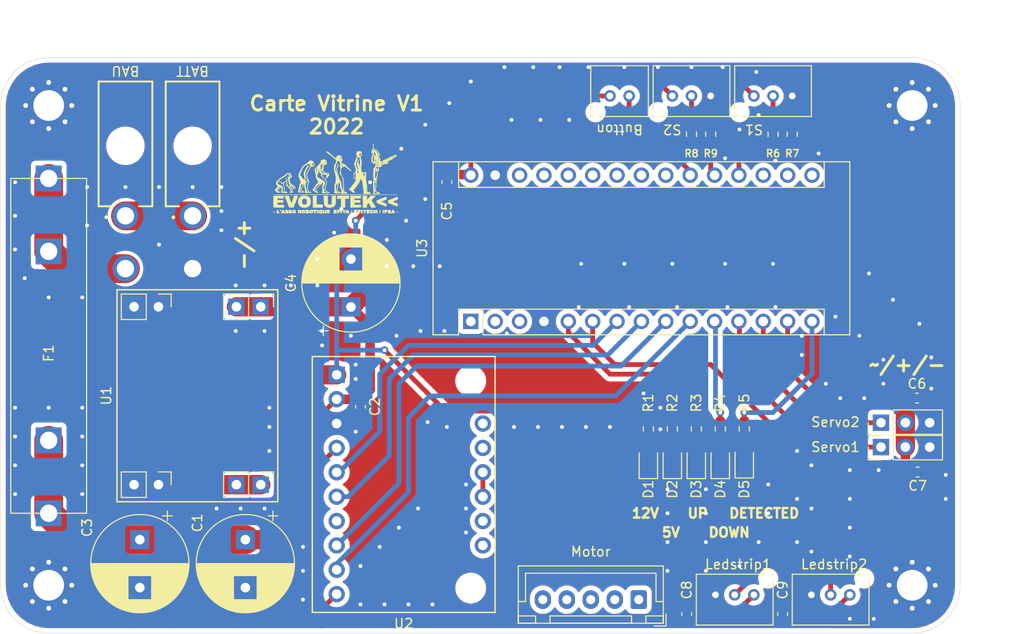
<source format=kicad_pcb>
(kicad_pcb (version 20171130) (host pcbnew "(5.1.10)-1")
  (layers (0 F.Cu signal) (31 B.Cu signal) (34 B.Paste user) (35 F.Paste user) (36 B.SilkS user) (37 F.SilkS user) (38 B.Mask user) (39 F.Mask user) (44 Edge.Cuts user))
  (net 0 "")
  (net 1 AIN2)
  (net 2 AIN1)
  (net 3 BIN1)
  (net 4 +5V)
  (net 5 BIN2)
  (net 6 LED_DETECT)
  (net 7 LED_DOWN)
  (net 8 LED_UP)
  (net 9 BTN_MOVE)
  (net 10 SERVO_LEFT)
  (net 11 SERVO_RIGHT)
  (net 12 CAPTEUR_2)
  (net 13 CAPTEUR_1)
  (net 14 +12V)
  (net 15 "Net-(D1-Pad2)")
  (net 16 "Net-(D2-Pad2)")
  (net 17 "Net-(D3-Pad2)")
  (net 18 "Net-(BATT1-Pad1)")
  (net 19 GND)
  (net 20 "Net-(BAU1-Pad2)")
  (net 21 "Net-(D4-Pad2)")
  (net 22 "Net-(D5-Pad2)")
  (net 23 LEDSTRIP_1)
  (net 24 LEDSTRIP_2)
  (net 25 "Net-(R6-Pad1)")
  (net 26 "Net-(R8-Pad1)")
  (net 27 "Net-(U2-Pad13)")
  (module ComponentsEvo:logo-evo-min (layer F.Cu) (at 60 37.5)
    (fp_text reference G*** hide)
    (fp_text value LOGO hide)
  )
  (module ConnectorsEvo:B02B-PASK (layer F.Cu) (at 89.5 29 180)
    (fp_text reference Button (at 0 -3.5 180 unlocked) (layer F.SilkS))
    (fp_text value Conn_01x02_Male)
    (fp_text user 1 (at 1.968 -0.5) (layer F.SilkS) (effects (font (thickness 0.015))))
    (pad None np_thru_hole circle (at 2.5 -1.7 180) (size 1.1 1.1) (drill 1.1) (layers *.Cu *.Mask))
    (pad 2 thru_hole circle (at -1 0 180) (size 1.208 1.208) (drill 0.7) (layers *.Cu *.Mask) (net 9 BTN_MOVE))
    (pad 1 thru_hole circle (at 1 0 180) (size 1.208 1.208) (drill 0.7) (layers *.Cu *.Mask B.Adhes) (net 4 +5V))
  )
  (module Capacitor_THT:CP_Radial_D10.0mm_P5.00mm (layer F.Cu) (at 50.5 75.25 270)
    (fp_text reference C1 (at -1.75 5 90) (layer F.SilkS))
    (fp_text value 180uF)
    (pad 1 thru_hole rect (at 0 0 270) (size 2 2) (drill 1) (layers *.Cu *.Mask) (net 14 +12V))
    (pad 2 thru_hole circle (at 5 0 270) (size 2 2) (drill 1) (layers *.Cu *.Mask) (net 19 GND))
  )
  (module ComponentsEvo:TB6612FNG (layer F.Cu) (at 67 69.5)
    (fp_text reference U2 (at 0 14.5) (layer F.SilkS))
    (fp_text value TB6612FNG)
    (pad "" np_thru_hole circle (at 6.985 -10.795) (size 2.2 2.2) (drill 2.2) (layers *.Cu *.Mask))
    (pad "" np_thru_hole circle (at 6.985 10.795) (size 2.2 2.2) (drill 2.2) (layers *.Cu *.Mask))
    (pad 14 thru_hole oval (at 8.255 1.27) (size 1.7 1.7) (drill 1) (layers *.Cu *.Mask) (net 27 "Net-(U2-Pad13)"))
    (pad 11 thru_hole oval (at 8.255 -6.35) (size 1.7 1.7) (drill 1) (layers *.Cu *.Mask))
    (pad 12 thru_hole oval (at 8.255 -3.81) (size 1.7 1.7) (drill 1) (layers *.Cu *.Mask))
    (pad 16 thru_hole oval (at 8.255 6.35) (size 1.7 1.7) (drill 1) (layers *.Cu *.Mask))
    (pad 15 thru_hole oval (at 8.255 3.81) (size 1.7 1.7) (drill 1) (layers *.Cu *.Mask))
    (pad 13 thru_hole oval (at 8.255 -1.27) (size 1.7 1.7) (drill 1) (layers *.Cu *.Mask) (net 27 "Net-(U2-Pad13)"))
    (pad 3 thru_hole oval (at -6.985 -6.35) (size 1.7 1.7) (drill 1) (layers *.Cu *.Mask) (net 19 GND))
    (pad 1 thru_hole rect (at -6.985 -11.43) (size 1.7 1.7) (drill 1) (layers *.Cu *.Mask) (net 14 +12V))
    (pad 6 thru_hole oval (at -6.985 1.27) (size 1.7 1.7) (drill 1) (layers *.Cu *.Mask) (net 3 BIN1))
    (pad 8 thru_hole oval (at -6.985 6.35) (size 1.7 1.7) (drill 1) (layers *.Cu *.Mask) (net 2 AIN1))
    (pad 5 thru_hole oval (at -6.985 -1.27) (size 1.7 1.7) (drill 1) (layers *.Cu *.Mask) (net 5 BIN2))
    (pad 9 thru_hole oval (at -6.985 8.89) (size 1.7 1.7) (drill 1) (layers *.Cu *.Mask) (net 1 AIN2))
    (pad 7 thru_hole oval (at -6.985 3.81) (size 1.7 1.7) (drill 1) (layers *.Cu *.Mask))
    (pad 10 thru_hole oval (at -6.985 11.43) (size 1.7 1.7) (drill 1) (layers *.Cu *.Mask) (net 4 +5V))
    (pad 4 thru_hole oval (at -6.985 -3.81) (size 1.7 1.7) (drill 1) (layers *.Cu *.Mask) (net 4 +5V))
    (pad 2 thru_hole oval (at -6.985 -8.89) (size 1.7 1.7) (drill 1) (layers *.Cu *.Mask) (net 4 +5V))
  )
  (module ConnectorsEvo:649002227222 (layer F.Cu) (at 45 34 180)
    (fp_text reference BATT (at 0 7.6 180 unlocked) (layer F.SilkS))
    (fp_text value Conn_01x02_Male)
    (pad 1 thru_hole circle (at 0 -7.5 180) (size 2.7 2.7) (drill 1.8) (layers *.Cu *.Mask) (net 18 "Net-(BATT1-Pad1)"))
    (pad 2 thru_hole circle (at 0 -13 180) (size 2.7 2.7) (drill 1.8) (layers *.Cu *.Mask) (net 19 GND))
    (pad None np_thru_hole circle (at 0 -0.2 180) (size 3 3) (drill 3) (layers *.Cu *.Mask))
  )
  (module ConnectorsEvo:649002227222 (layer F.Cu) (at 38 34 180)
    (fp_text reference BAU (at 0 7.6 180 unlocked) (layer F.SilkS))
    (fp_text value Conn_01x02_Male)
    (pad None np_thru_hole circle (at 0 -0.2 180) (size 3 3) (drill 3) (layers *.Cu *.Mask))
    (pad 2 thru_hole circle (at 0 -13 180) (size 2.7 2.7) (drill 1.8) (layers *.Cu *.Mask) (net 20 "Net-(BAU1-Pad2)"))
    (pad 1 thru_hole circle (at 0 -7.5 180) (size 2.7 2.7) (drill 1.8) (layers *.Cu *.Mask) (net 18 "Net-(BATT1-Pad1)"))
  )
  (module Capacitor_SMD:C_0603_1608Metric (layer F.Cu) (at 62.5 61.4 90)
    (fp_text reference C2 (at 0 1.5 90) (layer F.SilkS))
    (fp_text value 100nF)
    (pad 2 smd roundrect (at 0.775 0 90) (size 0.9 0.95) (layers F.Cu F.Paste F.Mask) (net 4 +5V))
    (pad 1 smd roundrect (at -0.775 0 90) (size 0.9 0.95) (layers F.Cu F.Paste F.Mask) (net 19 GND))
  )
  (module Capacitor_THT:CP_Radial_D10.0mm_P5.00mm (layer F.Cu) (at 39.5 75.25 270)
    (fp_text reference C3 (at -1.25 5.5 90) (layer F.SilkS))
    (fp_text value 470uF)
    (pad 1 thru_hole rect (at 0 0 270) (size 2 2) (drill 1) (layers *.Cu *.Mask) (net 14 +12V))
    (pad 2 thru_hole circle (at 5 0 270) (size 2 2) (drill 1) (layers *.Cu *.Mask) (net 19 GND))
  )
  (module Capacitor_THT:CP_Radial_D10.0mm_P5.00mm (layer F.Cu) (at 61.5 51 90)
    (fp_text reference C4 (at 2.5 -6.25 90) (layer F.SilkS))
    (fp_text value 330uF)
    (pad 2 thru_hole circle (at 5 0 90) (size 2 2) (drill 1) (layers *.Cu *.Mask) (net 19 GND))
    (pad 1 thru_hole rect (at 0 0 90) (size 2 2) (drill 1) (layers *.Cu *.Mask) (net 4 +5V))
  )
  (module Capacitor_SMD:C_0603_1608Metric (layer F.Cu) (at 71.5 37.975 270)
    (fp_text reference C5 (at 3.025 0 90) (layer F.SilkS))
    (fp_text value 100nF)
    (pad 1 smd roundrect (at -0.775 0 270) (size 0.9 0.95) (layers F.Cu F.Paste F.Mask) (net 4 +5V))
    (pad 2 smd roundrect (at 0.775 0 270) (size 0.9 0.95) (layers F.Cu F.Paste F.Mask) (net 19 GND))
  )
  (module Capacitor_SMD:C_0603_1608Metric (layer F.Cu) (at 120.5 60.5 180)
    (fp_text reference C6 (at 0 1.5) (layer F.SilkS))
    (fp_text value 4.7uF)
    (pad 1 smd roundrect (at -0.775 0 180) (size 0.9 0.95) (layers F.Cu F.Paste F.Mask) (net 19 GND))
    (pad 2 smd roundrect (at 0.775 0 180) (size 0.9 0.95) (layers F.Cu F.Paste F.Mask) (net 4 +5V))
  )
  (module Capacitor_SMD:C_0603_1608Metric (layer F.Cu) (at 120.575 68.2 180)
    (fp_text reference C7 (at 0 -1.43) (layer F.SilkS))
    (fp_text value 4.7uF)
    (pad 2 smd roundrect (at 0.775 0 180) (size 0.9 0.95) (layers F.Cu F.Paste F.Mask) (net 4 +5V))
    (pad 1 smd roundrect (at -0.775 0 180) (size 0.9 0.95) (layers F.Cu F.Paste F.Mask) (net 19 GND))
  )
  (module Capacitor_SMD:C_0603_1608Metric (layer F.Cu) (at 96.5 83 90)
    (fp_text reference C8 (at 2.5 0 90) (layer F.SilkS))
    (fp_text value 4.7uF)
    (pad 1 smd roundrect (at -0.775 0 90) (size 0.9 0.95) (layers F.Cu F.Paste F.Mask) (net 4 +5V))
    (pad 2 smd roundrect (at 0.775 0 90) (size 0.9 0.95) (layers F.Cu F.Paste F.Mask) (net 19 GND))
  )
  (module Capacitor_SMD:C_0603_1608Metric (layer F.Cu) (at 106.5 83 90)
    (fp_text reference C9 (at 2.5 0 90) (layer F.SilkS))
    (fp_text value 4.7uF)
    (pad 2 smd roundrect (at 0.775 0 90) (size 0.9 0.95) (layers F.Cu F.Paste F.Mask) (net 19 GND))
    (pad 1 smd roundrect (at -0.775 0 90) (size 0.9 0.95) (layers F.Cu F.Paste F.Mask) (net 4 +5V))
  )
  (module LED_SMD:LED_0805_2012Metric (layer F.Cu) (at 92.5 67.2 90)
    (fp_text reference D1 (at -2.8 0 90) (layer F.SilkS))
    (fp_text value Red)
    (pad 2 smd roundrect (at 0.9375 0 90) (size 0.975 1.4) (layers F.Cu F.Paste F.Mask) (net 15 "Net-(D1-Pad2)"))
    (pad 1 smd roundrect (at -0.9375 0 90) (size 0.975 1.4) (layers F.Cu F.Paste F.Mask) (net 19 GND))
  )
  (module LED_SMD:LED_0805_2012Metric (layer F.Cu) (at 95 67.2 90)
    (fp_text reference D2 (at -2.8 0 90) (layer F.SilkS))
    (fp_text value Red)
    (pad 1 smd roundrect (at -0.9375 0 90) (size 0.975 1.4) (layers F.Cu F.Paste F.Mask) (net 19 GND))
    (pad 2 smd roundrect (at 0.9375 0 90) (size 0.975 1.4) (layers F.Cu F.Paste F.Mask) (net 16 "Net-(D2-Pad2)"))
  )
  (module LED_SMD:LED_0805_2012Metric (layer F.Cu) (at 97.5 67.2 90)
    (fp_text reference D3 (at -2.8 0 90) (layer F.SilkS))
    (fp_text value Green)
    (pad 2 smd roundrect (at 0.9375 0 90) (size 0.975 1.4) (layers F.Cu F.Paste F.Mask) (net 17 "Net-(D3-Pad2)"))
    (pad 1 smd roundrect (at -0.9375 0 90) (size 0.975 1.4) (layers F.Cu F.Paste F.Mask) (net 19 GND))
  )
  (module LED_SMD:LED_0805_2012Metric (layer F.Cu) (at 100 67.2 90)
    (fp_text reference D4 (at -2.8 0 90) (layer F.SilkS))
    (fp_text value Green)
    (pad 1 smd roundrect (at -0.9375 0 90) (size 0.975 1.4) (layers F.Cu F.Paste F.Mask) (net 19 GND))
    (pad 2 smd roundrect (at 0.9375 0 90) (size 0.975 1.4) (layers F.Cu F.Paste F.Mask) (net 21 "Net-(D4-Pad2)"))
  )
  (module LED_SMD:LED_0805_2012Metric (layer F.Cu) (at 102.5 67.1375 90)
    (fp_text reference D5 (at -2.8625 0 90) (layer F.SilkS))
    (fp_text value Green)
    (pad 1 smd roundrect (at -0.9375 0 90) (size 0.975 1.4) (layers F.Cu F.Paste F.Mask) (net 19 GND))
    (pad 2 smd roundrect (at 0.9375 0 90) (size 0.975 1.4) (layers F.Cu F.Paste F.Mask) (net 22 "Net-(D5-Pad2)"))
  )
  (module ComponentsEvo:8040-PORTE-FUSIBLE (layer F.Cu) (at 30 72.5 90)
    (fp_text reference F1 (at 16.675 0 90) (layer F.SilkS))
    (fp_text value Fuse)
    (pad 1 thru_hole rect (at 34.9 0 90) (size 2.7 2.7) (drill 1.8) (layers *.Cu *.Mask) (net 20 "Net-(BAU1-Pad2)"))
    (pad 1 thru_hole rect (at 27.3 0 90) (size 2.7 2.7) (drill 1.8) (layers *.Cu *.Mask) (net 20 "Net-(BAU1-Pad2)"))
    (pad 2 thru_hole rect (at 0 0 90) (size 2.7 2.7) (drill 1.8) (layers *.Cu *.Mask) (net 14 +12V))
    (pad 2 thru_hole rect (at 7.6 0 90) (size 2.7 2.7) (drill 1.8) (layers *.Cu *.Mask) (net 14 +12V))
  )
  (module MountingHole:MountingHole_3.2mm_M3_Pad_Via (layer F.Cu) (at 30 30)
    (fp_text reference H1 hide)
    (fp_text value MountingHole_Pad)
    (pad 1 thru_hole circle (at 1.697056 -1.697056) (size 0.8 0.8) (drill 0.5) (layers *.Cu *.Mask) (net 19 GND))
    (pad 1 thru_hole circle (at 0 -2.4) (size 0.8 0.8) (drill 0.5) (layers *.Cu *.Mask) (net 19 GND))
    (pad 1 thru_hole circle (at -1.697056 -1.697056) (size 0.8 0.8) (drill 0.5) (layers *.Cu *.Mask) (net 19 GND))
    (pad 1 thru_hole circle (at -2.4 0) (size 0.8 0.8) (drill 0.5) (layers *.Cu *.Mask) (net 19 GND))
    (pad 1 thru_hole circle (at -1.697056 1.697056) (size 0.8 0.8) (drill 0.5) (layers *.Cu *.Mask) (net 19 GND))
    (pad 1 thru_hole circle (at 0 2.4) (size 0.8 0.8) (drill 0.5) (layers *.Cu *.Mask) (net 19 GND))
    (pad 1 thru_hole circle (at 1.697056 1.697056) (size 0.8 0.8) (drill 0.5) (layers *.Cu *.Mask) (net 19 GND))
    (pad 1 thru_hole circle (at 2.4 0) (size 0.8 0.8) (drill 0.5) (layers *.Cu *.Mask) (net 19 GND))
    (pad 1 thru_hole circle (at 0 0) (size 6.4 6.4) (drill 3.2) (layers *.Cu *.Mask) (net 19 GND))
  )
  (module MountingHole:MountingHole_3.2mm_M3_Pad_Via (layer F.Cu) (at 30 80)
    (fp_text reference H2 hide)
    (fp_text value MountingHole_Pad)
    (pad 1 thru_hole circle (at 1.697056 -1.697056) (size 0.8 0.8) (drill 0.5) (layers *.Cu *.Mask) (net 19 GND))
    (pad 1 thru_hole circle (at 0 -2.4) (size 0.8 0.8) (drill 0.5) (layers *.Cu *.Mask) (net 19 GND))
    (pad 1 thru_hole circle (at -1.697056 -1.697056) (size 0.8 0.8) (drill 0.5) (layers *.Cu *.Mask) (net 19 GND))
    (pad 1 thru_hole circle (at -2.4 0) (size 0.8 0.8) (drill 0.5) (layers *.Cu *.Mask) (net 19 GND))
    (pad 1 thru_hole circle (at -1.697056 1.697056) (size 0.8 0.8) (drill 0.5) (layers *.Cu *.Mask) (net 19 GND))
    (pad 1 thru_hole circle (at 0 2.4) (size 0.8 0.8) (drill 0.5) (layers *.Cu *.Mask) (net 19 GND))
    (pad 1 thru_hole circle (at 1.697056 1.697056) (size 0.8 0.8) (drill 0.5) (layers *.Cu *.Mask) (net 19 GND))
    (pad 1 thru_hole circle (at 2.4 0) (size 0.8 0.8) (drill 0.5) (layers *.Cu *.Mask) (net 19 GND))
    (pad 1 thru_hole circle (at 0 0) (size 6.4 6.4) (drill 3.2) (layers *.Cu *.Mask) (net 19 GND))
  )
  (module MountingHole:MountingHole_3.2mm_M3_Pad_Via (layer F.Cu) (at 120 30)
    (fp_text reference H3 hide)
    (fp_text value MountingHole_Pad)
    (pad 1 thru_hole circle (at 0 0) (size 6.4 6.4) (drill 3.2) (layers *.Cu *.Mask) (net 19 GND))
    (pad 1 thru_hole circle (at 2.4 0) (size 0.8 0.8) (drill 0.5) (layers *.Cu *.Mask) (net 19 GND))
    (pad 1 thru_hole circle (at 1.697056 1.697056) (size 0.8 0.8) (drill 0.5) (layers *.Cu *.Mask) (net 19 GND))
    (pad 1 thru_hole circle (at 0 2.4) (size 0.8 0.8) (drill 0.5) (layers *.Cu *.Mask) (net 19 GND))
    (pad 1 thru_hole circle (at -1.697056 1.697056) (size 0.8 0.8) (drill 0.5) (layers *.Cu *.Mask) (net 19 GND))
    (pad 1 thru_hole circle (at -2.4 0) (size 0.8 0.8) (drill 0.5) (layers *.Cu *.Mask) (net 19 GND))
    (pad 1 thru_hole circle (at -1.697056 -1.697056) (size 0.8 0.8) (drill 0.5) (layers *.Cu *.Mask) (net 19 GND))
    (pad 1 thru_hole circle (at 0 -2.4) (size 0.8 0.8) (drill 0.5) (layers *.Cu *.Mask) (net 19 GND))
    (pad 1 thru_hole circle (at 1.697056 -1.697056) (size 0.8 0.8) (drill 0.5) (layers *.Cu *.Mask) (net 19 GND))
  )
  (module MountingHole:MountingHole_3.2mm_M3_Pad_Via (layer F.Cu) (at 120 80)
    (fp_text reference H4 hide)
    (fp_text value MountingHole_Pad)
    (pad 1 thru_hole circle (at 0 0) (size 6.4 6.4) (drill 3.2) (layers *.Cu *.Mask) (net 19 GND))
    (pad 1 thru_hole circle (at 2.4 0) (size 0.8 0.8) (drill 0.5) (layers *.Cu *.Mask) (net 19 GND))
    (pad 1 thru_hole circle (at 1.697056 1.697056) (size 0.8 0.8) (drill 0.5) (layers *.Cu *.Mask) (net 19 GND))
    (pad 1 thru_hole circle (at 0 2.4) (size 0.8 0.8) (drill 0.5) (layers *.Cu *.Mask) (net 19 GND))
    (pad 1 thru_hole circle (at -1.697056 1.697056) (size 0.8 0.8) (drill 0.5) (layers *.Cu *.Mask) (net 19 GND))
    (pad 1 thru_hole circle (at -2.4 0) (size 0.8 0.8) (drill 0.5) (layers *.Cu *.Mask) (net 19 GND))
    (pad 1 thru_hole circle (at -1.697056 -1.697056) (size 0.8 0.8) (drill 0.5) (layers *.Cu *.Mask) (net 19 GND))
    (pad 1 thru_hole circle (at 0 -2.4) (size 0.8 0.8) (drill 0.5) (layers *.Cu *.Mask) (net 19 GND))
    (pad 1 thru_hole circle (at 1.697056 -1.697056) (size 0.8 0.8) (drill 0.5) (layers *.Cu *.Mask) (net 19 GND))
  )
  (module ConnectorsEvo:B03B-PASK (layer F.Cu) (at 101.5 81)
    (fp_text reference Ledstrip1 (at 0.365 -3.175) (layer F.SilkS))
    (fp_text value Conn_01x03_Male)
    (fp_text user 1 (at 2.968 -0.5) (layer F.SilkS) (effects (font (thickness 0.015))))
    (pad 1 thru_hole circle (at 2 0) (size 1.208 1.208) (drill 0.7) (layers *.Cu *.Mask) (net 4 +5V))
    (pad 2 thru_hole circle (at 0 0) (size 1.208 1.208) (drill 0.7) (layers *.Cu *.Mask) (net 23 LEDSTRIP_1))
    (pad 3 thru_hole circle (at -2 0) (size 1.208 1.208) (drill 0.7) (layers *.Cu *.Mask) (net 19 GND))
    (pad None np_thru_hole circle (at 3.5 -1.7) (size 1.1 1.1) (drill 1.1) (layers *.Cu *.Mask))
  )
  (module ConnectorsEvo:B03B-PASK (layer F.Cu) (at 111.5 81)
    (fp_text reference Ledstrip2 (at 0.365 -3.175) (layer F.SilkS))
    (fp_text value Conn_01x03_Male)
    (fp_text user 1 (at 2.968 -0.5) (layer F.SilkS) (effects (font (thickness 0.015))))
    (pad None np_thru_hole circle (at 3.5 -1.7) (size 1.1 1.1) (drill 1.1) (layers *.Cu *.Mask))
    (pad 3 thru_hole circle (at -2 0) (size 1.208 1.208) (drill 0.7) (layers *.Cu *.Mask) (net 19 GND))
    (pad 2 thru_hole circle (at 0 0) (size 1.208 1.208) (drill 0.7) (layers *.Cu *.Mask) (net 24 LEDSTRIP_2))
    (pad 1 thru_hole circle (at 2 0) (size 1.208 1.208) (drill 0.7) (layers *.Cu *.Mask) (net 4 +5V))
  )
  (module Connector_JST:JST_XH_B5B-XH-A_1x05_P2.50mm_Vertical (layer F.Cu) (at 91.5 81.5 180)
    (fp_text reference Motor (at 5 5) (layer F.SilkS))
    (fp_text value Conn_01x05_Male)
    (pad 1 thru_hole roundrect (at 0 0 180) (size 1.7 1.95) (drill 0.95) (layers *.Cu *.Mask) (roundrect_rratio 0.1470588235294118))
    (pad 2 thru_hole oval (at 2.5 0 180) (size 1.7 1.95) (drill 0.95) (layers *.Cu *.Mask))
    (pad 3 thru_hole oval (at 5 0 180) (size 1.7 1.95) (drill 0.95) (layers *.Cu *.Mask))
    (pad 4 thru_hole oval (at 7.5 0 180) (size 1.7 1.95) (drill 0.95) (layers *.Cu *.Mask))
    (pad 5 thru_hole oval (at 10 0 180) (size 1.7 1.95) (drill 0.95) (layers *.Cu *.Mask))
  )
  (module Resistor_SMD:R_0603_1608Metric (layer F.Cu) (at 92.5 63.7 270)
    (fp_text reference R1 (at -2.7 0 90) (layer F.SilkS))
    (fp_text value 510)
    (pad 2 smd roundrect (at 0.825 0 270) (size 0.8 0.95) (layers F.Cu F.Paste F.Mask) (net 15 "Net-(D1-Pad2)"))
    (pad 1 smd roundrect (at -0.825 0 270) (size 0.8 0.95) (layers F.Cu F.Paste F.Mask) (net 14 +12V))
  )
  (module Resistor_SMD:R_0603_1608Metric (layer F.Cu) (at 95 63.7 270)
    (fp_text reference R2 (at -2.7 0 90) (layer F.SilkS))
    (fp_text value 150)
    (pad 1 smd roundrect (at -0.825 0 270) (size 0.8 0.95) (layers F.Cu F.Paste F.Mask) (net 4 +5V))
    (pad 2 smd roundrect (at 0.825 0 270) (size 0.8 0.95) (layers F.Cu F.Paste F.Mask) (net 16 "Net-(D2-Pad2)"))
  )
  (module Resistor_SMD:R_0603_1608Metric (layer F.Cu) (at 97.5 63.7 270)
    (fp_text reference R3 (at -2.7 0 90) (layer F.SilkS))
    (fp_text value 150)
    (pad 1 smd roundrect (at -0.825 0 270) (size 0.8 0.95) (layers F.Cu F.Paste F.Mask) (net 8 LED_UP))
    (pad 2 smd roundrect (at 0.825 0 270) (size 0.8 0.95) (layers F.Cu F.Paste F.Mask) (net 17 "Net-(D3-Pad2)"))
  )
  (module Resistor_SMD:R_0603_1608Metric (layer F.Cu) (at 100 63.7 270)
    (fp_text reference R4 (at -2.7 0 90) (layer F.SilkS))
    (fp_text value 150)
    (pad 2 smd roundrect (at 0.825 0 270) (size 0.8 0.95) (layers F.Cu F.Paste F.Mask) (net 21 "Net-(D4-Pad2)"))
    (pad 1 smd roundrect (at -0.825 0 270) (size 0.8 0.95) (layers F.Cu F.Paste F.Mask) (net 7 LED_DOWN))
  )
  (module Resistor_SMD:R_0603_1608Metric (layer F.Cu) (at 102.5 63.7 270)
    (fp_text reference R5 (at -2.7 0 90) (layer F.SilkS))
    (fp_text value 150)
    (pad 1 smd roundrect (at -0.825 0 270) (size 0.8 0.95) (layers F.Cu F.Paste F.Mask) (net 6 LED_DETECT))
    (pad 2 smd roundrect (at 0.825 0 270) (size 0.8 0.95) (layers F.Cu F.Paste F.Mask) (net 22 "Net-(D5-Pad2)"))
  )
  (module Resistor_SMD:R_0603_1608Metric (layer F.Cu) (at 105.5 33 270)
    (fp_text reference R6 (at 2 0 180) (layer F.SilkS) (effects (font (size 0.75 0.75))))
    (fp_text value 10k)
    (pad 1 smd roundrect (at -0.825 0 270) (size 0.8 0.95) (layers F.Cu F.Paste F.Mask) (net 25 "Net-(R6-Pad1)"))
    (pad 2 smd roundrect (at 0.825 0 270) (size 0.8 0.95) (layers F.Cu F.Paste F.Mask) (net 13 CAPTEUR_1))
  )
  (module Resistor_SMD:R_0603_1608Metric (layer F.Cu) (at 107.5 33 270)
    (fp_text reference R7 (at 2 0 180) (layer F.SilkS) (effects (font (size 0.75 0.75))))
    (fp_text value 4.7k)
    (pad 2 smd roundrect (at 0.825 0 270) (size 0.8 0.95) (layers F.Cu F.Paste F.Mask) (net 13 CAPTEUR_1))
    (pad 1 smd roundrect (at -0.825 0 270) (size 0.8 0.95) (layers F.Cu F.Paste F.Mask) (net 19 GND))
  )
  (module Resistor_SMD:R_0603_1608Metric (layer F.Cu) (at 97 33 270)
    (fp_text reference R8 (at 2 0 180) (layer F.SilkS) (effects (font (size 0.75 0.75))))
    (fp_text value 10k)
    (pad 1 smd roundrect (at -0.825 0 270) (size 0.8 0.95) (layers F.Cu F.Paste F.Mask) (net 26 "Net-(R8-Pad1)"))
    (pad 2 smd roundrect (at 0.825 0 270) (size 0.8 0.95) (layers F.Cu F.Paste F.Mask) (net 12 CAPTEUR_2))
  )
  (module Resistor_SMD:R_0603_1608Metric (layer F.Cu) (at 99 33 270)
    (fp_text reference R9 (at 2 0 180) (layer F.SilkS) (effects (font (size 0.75 0.75))))
    (fp_text value 4.7k)
    (pad 2 smd roundrect (at 0.825 0 270) (size 0.8 0.95) (layers F.Cu F.Paste F.Mask) (net 12 CAPTEUR_2))
    (pad 1 smd roundrect (at -0.825 0 270) (size 0.8 0.95) (layers F.Cu F.Paste F.Mask) (net 19 GND))
  )
  (module ConnectorsEvo:B03B-PASK (layer F.Cu) (at 105.5 29 180)
    (fp_text reference S1 (at 2 -3.5 180 unlocked) (layer F.SilkS))
    (fp_text value Conn_01x03_Male)
    (fp_text user 1 (at 2.968 -0.5) (layer F.SilkS) (effects (font (thickness 0.015))))
    (pad 1 thru_hole circle (at 2 0 180) (size 1.208 1.208) (drill 0.7) (layers *.Cu *.Mask) (net 14 +12V))
    (pad 2 thru_hole circle (at 0 0 180) (size 1.208 1.208) (drill 0.7) (layers *.Cu *.Mask) (net 25 "Net-(R6-Pad1)"))
    (pad 3 thru_hole circle (at -2 0 180) (size 1.208 1.208) (drill 0.7) (layers *.Cu *.Mask) (net 19 GND))
    (pad None np_thru_hole circle (at 3.5 -1.7 180) (size 1.1 1.1) (drill 1.1) (layers *.Cu *.Mask))
  )
  (module ConnectorsEvo:B03B-PASK (layer F.Cu) (at 97 29 180)
    (fp_text reference S2 (at 2 -3.5 180 unlocked) (layer F.SilkS))
    (fp_text value Conn_01x03_Male)
    (fp_text user 1 (at 2.968 -0.5) (layer F.SilkS) (effects (font (thickness 0.015))))
    (pad None np_thru_hole circle (at 3.5 -1.7 180) (size 1.1 1.1) (drill 1.1) (layers *.Cu *.Mask))
    (pad 3 thru_hole circle (at -2 0 180) (size 1.208 1.208) (drill 0.7) (layers *.Cu *.Mask) (net 19 GND))
    (pad 2 thru_hole circle (at 0 0 180) (size 1.208 1.208) (drill 0.7) (layers *.Cu *.Mask) (net 26 "Net-(R8-Pad1)"))
    (pad 1 thru_hole circle (at 2 0 180) (size 1.208 1.208) (drill 0.7) (layers *.Cu *.Mask) (net 14 +12V))
  )
  (module Connector_PinHeader_2.54mm:PinHeader_1x03_P2.54mm_Vertical (layer F.Cu) (at 116.75 65.6 90)
    (fp_text reference Servo1 (at 0 -4.75 180) (layer F.SilkS))
    (fp_text value Conn_01x03_Male)
    (pad 3 thru_hole oval (at 0 5.08 90) (size 1.7 1.7) (drill 1) (layers *.Cu *.Mask) (net 19 GND))
    (pad 2 thru_hole oval (at 0 2.54 90) (size 1.7 1.7) (drill 1) (layers *.Cu *.Mask) (net 4 +5V))
    (pad 1 thru_hole rect (at 0 0 90) (size 1.7 1.7) (drill 1) (layers *.Cu *.Mask) (net 11 SERVO_RIGHT))
  )
  (module Connector_PinHeader_2.54mm:PinHeader_1x03_P2.54mm_Vertical (layer F.Cu) (at 116.75 63.06 90)
    (fp_text reference Servo2 (at 0.06 -4.75 180) (layer F.SilkS))
    (fp_text value Conn_01x03_Male)
    (pad 1 thru_hole rect (at 0 0 90) (size 1.7 1.7) (drill 1) (layers *.Cu *.Mask) (net 10 SERVO_LEFT))
    (pad 2 thru_hole oval (at 0 2.54 90) (size 1.7 1.7) (drill 1) (layers *.Cu *.Mask) (net 4 +5V))
    (pad 3 thru_hole oval (at 0 5.08 90) (size 1.7 1.7) (drill 1) (layers *.Cu *.Mask) (net 19 GND))
  )
  (module ComponentsEvo:MP1584EN (layer F.Cu) (at 45.5 60.25 90)
    (fp_text reference U1 (at 0 -9.5 90) (layer F.SilkS))
    (fp_text value MP1584EB)
    (pad 1 thru_hole rect (at -9.271 4.064 270) (size 1.7 1.7) (drill 1) (layers *.Cu *.Mask) (net 14 +12V))
    (pad 1 thru_hole rect (at -9.271 6.604 270) (size 1.7 1.7) (drill 1) (layers *.Cu *.Mask) (net 14 +12V))
    (pad 2 thru_hole circle (at -9.271 -6.604 270) (size 1.7 1.7) (drill 1) (layers *.Cu *.Mask) (net 19 GND))
    (pad 2 thru_hole circle (at -9.271 -4.064 270) (size 1.7 1.7) (drill 1) (layers *.Cu *.Mask) (net 19 GND))
    (pad 4 thru_hole circle (at 9.271 -6.604 270) (size 1.7 1.7) (drill 1) (layers *.Cu *.Mask) (net 19 GND))
    (pad 4 thru_hole circle (at 9.271 -4.064 270) (size 1.7 1.7) (drill 1) (layers *.Cu *.Mask) (net 19 GND))
    (pad 3 thru_hole rect (at 9.271 6.604 270) (size 1.7 1.7) (drill 1) (layers *.Cu *.Mask) (net 4 +5V))
    (pad 3 thru_hole rect (at 9.271 4.064 270) (size 1.7 1.7) (drill 1) (layers *.Cu *.Mask) (net 4 +5V))
  )
  (module ComponentsEvo:ArduinoNano (layer F.Cu) (at 74 52.5 90)
    (fp_text reference U3 (at 7.62 -5.08 90) (layer F.SilkS))
    (fp_text value "Arduino Nano")
    (pad 1 thru_hole rect (at 0 0 90) (size 1.6 1.6) (drill 1) (layers *.Cu *.Mask))
    (pad 17 thru_hole oval (at 15.24 33.02 90) (size 1.6 1.6) (drill 1) (layers *.Cu *.Mask))
    (pad 2 thru_hole oval (at 0 2.54 90) (size 1.6 1.6) (drill 1) (layers *.Cu *.Mask))
    (pad 18 thru_hole oval (at 15.24 30.48 90) (size 1.6 1.6) (drill 1) (layers *.Cu *.Mask))
    (pad 3 thru_hole oval (at 0 5.08 90) (size 1.6 1.6) (drill 1) (layers *.Cu *.Mask))
    (pad 19 thru_hole oval (at 15.24 27.94 90) (size 1.6 1.6) (drill 1) (layers *.Cu *.Mask) (net 13 CAPTEUR_1))
    (pad 4 thru_hole oval (at 0 7.62 90) (size 1.6 1.6) (drill 1) (layers *.Cu *.Mask) (net 19 GND))
    (pad 20 thru_hole oval (at 15.24 25.4 90) (size 1.6 1.6) (drill 1) (layers *.Cu *.Mask) (net 12 CAPTEUR_2))
    (pad 5 thru_hole oval (at 0 10.16 90) (size 1.6 1.6) (drill 1) (layers *.Cu *.Mask) (net 8 LED_UP))
    (pad 21 thru_hole oval (at 15.24 22.86 90) (size 1.6 1.6) (drill 1) (layers *.Cu *.Mask) (net 9 BTN_MOVE))
    (pad 6 thru_hole oval (at 0 12.7 90) (size 1.6 1.6) (drill 1) (layers *.Cu *.Mask) (net 23 LEDSTRIP_1))
    (pad 22 thru_hole oval (at 15.24 20.32 90) (size 1.6 1.6) (drill 1) (layers *.Cu *.Mask))
    (pad 7 thru_hole oval (at 0 15.24 90) (size 1.6 1.6) (drill 1) (layers *.Cu *.Mask) (net 5 BIN2))
    (pad 23 thru_hole oval (at 15.24 17.78 90) (size 1.6 1.6) (drill 1) (layers *.Cu *.Mask))
    (pad 8 thru_hole oval (at 0 17.78 90) (size 1.6 1.6) (drill 1) (layers *.Cu *.Mask) (net 3 BIN1))
    (pad 24 thru_hole oval (at 15.24 15.24 90) (size 1.6 1.6) (drill 1) (layers *.Cu *.Mask))
    (pad 9 thru_hole oval (at 0 20.32 90) (size 1.6 1.6) (drill 1) (layers *.Cu *.Mask) (net 2 AIN1))
    (pad 25 thru_hole oval (at 15.24 12.7 90) (size 1.6 1.6) (drill 1) (layers *.Cu *.Mask))
    (pad 10 thru_hole oval (at 0 22.86 90) (size 1.6 1.6) (drill 1) (layers *.Cu *.Mask) (net 1 AIN2))
    (pad 26 thru_hole oval (at 15.24 10.16 90) (size 1.6 1.6) (drill 1) (layers *.Cu *.Mask))
    (pad 11 thru_hole oval (at 0 25.4 90) (size 1.6 1.6) (drill 1) (layers *.Cu *.Mask) (net 7 LED_DOWN))
    (pad 27 thru_hole oval (at 15.24 7.62 90) (size 1.6 1.6) (drill 1) (layers *.Cu *.Mask))
    (pad 12 thru_hole oval (at 0 27.94 90) (size 1.6 1.6) (drill 1) (layers *.Cu *.Mask) (net 24 LEDSTRIP_2))
    (pad 28 thru_hole oval (at 15.24 5.08 90) (size 1.6 1.6) (drill 1) (layers *.Cu *.Mask))
    (pad 13 thru_hole oval (at 0 30.48 90) (size 1.6 1.6) (drill 1) (layers *.Cu *.Mask) (net 11 SERVO_RIGHT))
    (pad 29 thru_hole oval (at 15.24 2.54 90) (size 1.6 1.6) (drill 1) (layers *.Cu *.Mask) (net 19 GND))
    (pad 14 thru_hole oval (at 0 33.02 90) (size 1.6 1.6) (drill 1) (layers *.Cu *.Mask) (net 10 SERVO_LEFT))
    (pad 30 thru_hole oval (at 15.24 0 90) (size 1.6 1.6) (drill 1) (layers *.Cu *.Mask) (net 4 +5V))
    (pad 15 thru_hole oval (at 0 35.56 90) (size 1.6 1.6) (drill 1) (layers *.Cu *.Mask) (net 6 LED_DETECT))
    (pad 16 thru_hole oval (at 15.24 35.56 90) (size 1.6 1.6) (drill 1) (layers *.Cu *.Mask))
  )
  (gr_text "Carte Vitrine V1\n2022" (at 60 31) (layer F.SilkS) (effects (font (size 1.5 1.5) (thickness 0.3))))
  (gr_text +/- (at 50.5 44.5 270) (layer F.SilkS) (effects (font (size 1.5 1.5) (thickness 0.3))))
  (gr_text "5V    DOWN" (at 98.5 74.5) (layer F.SilkS) (effects (font (size 1 1) (thickness 0.25))))
  (gr_text "12V    UP   DETECTED" (at 99.5 72.5) (layer F.SilkS) (effects (font (size 1 1) (thickness 0.25))))
  (gr_text ~~/+/- (at 119.5 57) (layer F.SilkS) (effects (font (size 1.5 1.5) (thickness 0.3))))
  (gr_arc (start 30 80) (end 25 80) (angle -90) (layer Edge.Cuts) (width 0.05))
  (gr_arc (start 120 80) (end 120 85) (angle -90) (layer Edge.Cuts) (width 0.05))
  (gr_arc (start 120 30) (end 125 30) (angle -90) (layer Edge.Cuts) (width 0.05))
  (gr_arc (start 30 30) (end 30 25) (angle -90) (layer Edge.Cuts) (width 0.05))
  (gr_line (start 120 25) (end 30 25) (layer Edge.Cuts) (width 0.05))
  (gr_line (start 125 80) (end 125 30) (layer Edge.Cuts) (width 0.05))
  (gr_line (start 30 85) (end 120 85) (layer Edge.Cuts) (width 0.05))
  (gr_line (start 25 30) (end 25 80) (layer Edge.Cuts) (width 0.05))
  (segment (start 89.104999 60.255001) (end 69.744999 60.255001) (width 0.5) (layer B.Cu) (net 1))
  (segment (start 96.86 52.5) (end 89.104999 60.255001) (width 0.5) (layer B.Cu) (net 1))
  (segment (start 69.744999 60.255001) (end 67.5 62.5) (width 0.5) (layer B.Cu) (net 1))
  (segment (start 60.015 77.774002) (end 60.015 78.39) (width 0.5) (layer B.Cu) (net 1))
  (segment (start 67.5 70.289002) (end 60.015 77.774002) (width 0.5) (layer B.Cu) (net 1))
  (segment (start 67.5 62.5) (end 67.5 70.289002) (width 0.5) (layer B.Cu) (net 1))
  (segment (start 89.665001 57.154999) (end 94.32 52.5) (width 0.5) (layer B.Cu) (net 2))
  (segment (start 68.345001 57.154999) (end 89.665001 57.154999) (width 0.5) (layer B.Cu) (net 2))
  (segment (start 66.5 59) (end 68.345001 57.154999) (width 0.5) (layer B.Cu) (net 2))
  (segment (start 66.5 69.365) (end 66.5 59) (width 0.5) (layer B.Cu) (net 2))
  (segment (start 60.015 75.85) (end 66.5 69.365) (width 0.5) (layer B.Cu) (net 2))
  (segment (start 88.28 56) (end 91.78 52.5) (width 0.5) (layer B.Cu) (net 3))
  (segment (start 65.5 58.5) (end 68 56) (width 0.5) (layer B.Cu) (net 3))
  (segment (start 65.5 66.487081) (end 65.5 58.5) (width 0.5) (layer B.Cu) (net 3))
  (segment (start 68 56) (end 88.28 56) (width 0.5) (layer B.Cu) (net 3))
  (segment (start 61.217081 70.77) (end 65.5 66.487081) (width 0.5) (layer B.Cu) (net 3))
  (segment (start 60.015 70.77) (end 61.217081 70.77) (width 0.5) (layer B.Cu) (net 3))
  (segment (start 119.29 60.935) (end 119.725 60.5) (width 1) (layer F.Cu) (net 4))
  (segment (start 119.29 67.69) (end 119.8 68.2) (width 1) (layer F.Cu) (net 4))
  (segment (start 119.29 65.6) (end 119.29 67.69) (width 1) (layer F.Cu) (net 4))
  (segment (start 119.29 62.21) (end 119.29 60.935) (width 1) (layer F.Cu) (net 4))
  (segment (start 119.29 63.06) (end 119.29 62.21) (width 1) (layer F.Cu) (net 4))
  (segment (start 50.979 50.979) (end 52.104 50.979) (width 2) (layer F.Cu) (net 4))
  (segment (start 49.564 50.979) (end 50.979 50.979) (width 2) (layer F.Cu) (net 4))
  (segment (start 60.03 60.625) (end 60.015 60.61) (width 1) (layer F.Cu) (net 4))
  (segment (start 62.5 60.625) (end 60.03 60.625) (width 1) (layer F.Cu) (net 4))
  (segment (start 110.725 83.775) (end 113.5 81) (width 0.5) (layer F.Cu) (net 4))
  (segment (start 106.5 83.775) (end 110.725 83.775) (width 0.5) (layer F.Cu) (net 4))
  (segment (start 100.725 83.775) (end 100.275 83.775) (width 0.5) (layer F.Cu) (net 4))
  (segment (start 103.5 81) (end 100.725 83.775) (width 0.5) (layer F.Cu) (net 4))
  (segment (start 100.275 83.775) (end 106.5 83.775) (width 0.5) (layer F.Cu) (net 4))
  (segment (start 96.5 83.775) (end 100.275 83.775) (width 0.5) (layer F.Cu) (net 4))
  (segment (start 58 62.625) (end 60.015 60.61) (width 0.5) (layer F.Cu) (net 4))
  (segment (start 59.275 83.775) (end 58 82.5) (width 0.5) (layer F.Cu) (net 4))
  (segment (start 58 65.5) (end 58 62.625) (width 0.5) (layer F.Cu) (net 4))
  (segment (start 58 82.5) (end 58 81) (width 0.5) (layer F.Cu) (net 4))
  (segment (start 61.479 50.979) (end 61.5 51) (width 2) (layer F.Cu) (net 4))
  (segment (start 52.104 50.979) (end 61.479 50.979) (width 2) (layer F.Cu) (net 4))
  (segment (start 63.5 53) (end 61.5 51) (width 1) (layer F.Cu) (net 4))
  (segment (start 63.5 59.625) (end 63.5 53) (width 1) (layer F.Cu) (net 4))
  (segment (start 62.5 60.625) (end 63.5 59.625) (width 1) (layer F.Cu) (net 4))
  (segment (start 77.7 29) (end 88.5 29) (width 0.5) (layer F.Cu) (net 4))
  (segment (start 74 32.7) (end 77.7 29) (width 0.5) (layer F.Cu) (net 4))
  (segment (start 74 37.26) (end 74 32.7) (width 0.5) (layer F.Cu) (net 4))
  (segment (start 119.29 63.06) (end 119.29 65.6) (width 2) (layer F.Cu) (net 4))
  (segment (start 119.29 55.29) (end 119.29 63.06) (width 2) (layer F.Cu) (net 4))
  (segment (start 113 49) (end 119.29 55.29) (width 2) (layer F.Cu) (net 4))
  (segment (start 63.5 49) (end 113 49) (width 2) (layer F.Cu) (net 4))
  (segment (start 61.5 51) (end 63.5 49) (width 2) (layer F.Cu) (net 4))
  (segment (start 73.94 37.2) (end 74 37.26) (width 1) (layer F.Cu) (net 4))
  (segment (start 71.5 37.2) (end 73.94 37.2) (width 1) (layer F.Cu) (net 4))
  (segment (start 71.5 37.2) (end 69.3 37.2) (width 1) (layer F.Cu) (net 4))
  (segment (start 63.5 43) (end 63.5 49) (width 1) (layer F.Cu) (net 4))
  (segment (start 69.3 37.2) (end 63.5 43) (width 1) (layer F.Cu) (net 4))
  (segment (start 96.15001 80.860027) (end 94.775 82.235037) (width 0.5) (layer F.Cu) (net 4))
  (segment (start 96.15001 64.02501) (end 96.15001 80.860027) (width 0.5) (layer F.Cu) (net 4))
  (segment (start 94.775 82.235037) (end 94.775 83.775) (width 0.5) (layer F.Cu) (net 4))
  (segment (start 95 62.875) (end 96.15001 64.02501) (width 0.5) (layer F.Cu) (net 4))
  (segment (start 94.775 83.775) (end 59.275 83.775) (width 0.5) (layer F.Cu) (net 4))
  (segment (start 96.5 83.775) (end 94.775 83.775) (width 0.5) (layer F.Cu) (net 4))
  (segment (start 58.705 67) (end 58 67) (width 0.5) (layer F.Cu) (net 4))
  (segment (start 60.015 65.69) (end 58.705 67) (width 0.5) (layer F.Cu) (net 4))
  (segment (start 58 67) (end 58 65.5) (width 0.5) (layer F.Cu) (net 4))
  (segment (start 58 81) (end 58 67) (width 0.5) (layer F.Cu) (net 4))
  (segment (start 58.445 82.5) (end 58 82.5) (width 0.5) (layer F.Cu) (net 4))
  (segment (start 60.015 80.93) (end 58.445 82.5) (width 0.5) (layer F.Cu) (net 4))
  (segment (start 86.74 55) (end 89.24 52.5) (width 0.5) (layer B.Cu) (net 5))
  (segment (start 64.5 58) (end 67.5 55) (width 0.5) (layer B.Cu) (net 5))
  (segment (start 64.5 64) (end 64.5 58) (width 0.5) (layer B.Cu) (net 5))
  (segment (start 67.5 55) (end 86.74 55) (width 0.5) (layer B.Cu) (net 5))
  (segment (start 60.27 68.23) (end 64.5 64) (width 0.5) (layer B.Cu) (net 5))
  (segment (start 60.015 68.23) (end 60.27 68.23) (width 0.5) (layer B.Cu) (net 5))
  (via (at 102.5 62) (size 0.8) (drill 0.4) (layers F.Cu B.Cu) (net 6))
  (segment (start 102.5 62.875) (end 102.5 62) (width 0.5) (layer F.Cu) (net 6))
  (segment (start 109.56 57.94) (end 109.56 52.5) (width 0.5) (layer B.Cu) (net 6))
  (segment (start 105.5 62) (end 109.56 57.94) (width 0.5) (layer B.Cu) (net 6))
  (segment (start 102.5 62) (end 105.5 62) (width 0.5) (layer B.Cu) (net 6))
  (via (at 100 62) (size 0.8) (drill 0.4) (layers F.Cu B.Cu) (net 7))
  (segment (start 100 62.875) (end 100 62) (width 0.5) (layer F.Cu) (net 7))
  (segment (start 99.5 52.6) (end 99.4 52.5) (width 0.5) (layer B.Cu) (net 7))
  (segment (start 99.5 61.5) (end 99.5 52.6) (width 0.5) (layer B.Cu) (net 7))
  (segment (start 100 62) (end 99.5 61.5) (width 0.5) (layer B.Cu) (net 7))
  (segment (start 84.16 53.66) (end 84.16 52.5) (width 0.5) (layer F.Cu) (net 8))
  (segment (start 88.5 58) (end 84.16 53.66) (width 0.5) (layer F.Cu) (net 8))
  (segment (start 92.625 58) (end 88.5 58) (width 0.5) (layer F.Cu) (net 8))
  (segment (start 97.5 62.875) (end 92.625 58) (width 0.5) (layer F.Cu) (net 8))
  (segment (start 96.86 36.86) (end 96.86 37.26) (width 0.5) (layer F.Cu) (net 9))
  (segment (start 94 34) (end 96.86 36.86) (width 0.5) (layer F.Cu) (net 9))
  (segment (start 92 34) (end 94 34) (width 0.5) (layer F.Cu) (net 9))
  (segment (start 90.5 32.5) (end 92 34) (width 0.5) (layer F.Cu) (net 9))
  (segment (start 90.5 29) (end 90.5 32.5) (width 0.5) (layer F.Cu) (net 9))
  (segment (start 107.02 57.52) (end 107.02 52.5) (width 0.5) (layer F.Cu) (net 10))
  (segment (start 112.56 63.06) (end 107.02 57.52) (width 0.5) (layer F.Cu) (net 10))
  (segment (start 116.75 63.06) (end 112.56 63.06) (width 0.5) (layer F.Cu) (net 10))
  (segment (start 104.48 57.48) (end 104.48 52.5) (width 0.5) (layer F.Cu) (net 11))
  (segment (start 112.6 65.6) (end 104.48 57.48) (width 0.5) (layer F.Cu) (net 11))
  (segment (start 116.75 65.6) (end 112.6 65.6) (width 0.5) (layer F.Cu) (net 11))
  (segment (start 97 33.825) (end 99 33.825) (width 0.5) (layer F.Cu) (net 12))
  (segment (start 99 36.86) (end 99.4 37.26) (width 0.5) (layer F.Cu) (net 12))
  (segment (start 99 33.825) (end 99 36.86) (width 0.5) (layer F.Cu) (net 12))
  (segment (start 105.5 33.825) (end 107.5 33.825) (width 0.5) (layer F.Cu) (net 13))
  (segment (start 105.5 33.825) (end 103.675 33.825) (width 0.5) (layer F.Cu) (net 13))
  (segment (start 101.94 35.56) (end 101.94 37.26) (width 0.5) (layer F.Cu) (net 13))
  (segment (start 103.675 33.825) (end 101.94 35.56) (width 0.5) (layer F.Cu) (net 13))
  (segment (start 30 72.5) (end 30 64.9) (width 3) (layer F.Cu) (net 14))
  (segment (start 32.75 75.25) (end 30 72.5) (width 3) (layer F.Cu) (net 14))
  (segment (start 40.75 75.25) (end 32.75 75.25) (width 3) (layer F.Cu) (net 14))
  (segment (start 52.104 69.521) (end 49.564 69.521) (width 2) (layer F.Cu) (net 14))
  (segment (start 44.25 75.25) (end 40.75 75.25) (width 3) (layer F.Cu) (net 14))
  (segment (start 50.5 75.25) (end 44.25 75.25) (width 3) (layer F.Cu) (net 14))
  (segment (start 44.25 75.25) (end 44.25 71.75) (width 2) (layer F.Cu) (net 14))
  (segment (start 46.479 69.521) (end 52.104 69.521) (width 2) (layer F.Cu) (net 14))
  (segment (start 44.25 71.75) (end 46.479 69.521) (width 2) (layer F.Cu) (net 14))
  (segment (start 62 43.353998) (end 62 42) (width 0.5) (layer B.Cu) (net 14))
  (via (at 62 42) (size 0.8) (drill 0.4) (layers F.Cu B.Cu) (net 14))
  (segment (start 60.015 45.338998) (end 62 43.353998) (width 0.5) (layer B.Cu) (net 14))
  (segment (start 102 27.5) (end 103.5 29) (width 0.5) (layer F.Cu) (net 14))
  (segment (start 62 42) (end 76.5 27.5) (width 0.5) (layer F.Cu) (net 14))
  (segment (start 92.5 27.5) (end 102 27.5) (width 0.5) (layer F.Cu) (net 14))
  (segment (start 76.5 27.5) (end 92.5 27.5) (width 0.5) (layer F.Cu) (net 14))
  (segment (start 93.5 27.5) (end 92.5 27.5) (width 0.5) (layer F.Cu) (net 14))
  (segment (start 95 29) (end 93.5 27.5) (width 0.5) (layer F.Cu) (net 14))
  (via (at 65 55.5) (size 0.8) (drill 0.4) (layers F.Cu B.Cu) (net 14))
  (segment (start 71.349999 61.849999) (end 65 55.5) (width 0.5) (layer F.Cu) (net 14))
  (segment (start 91.474999 61.849999) (end 71.349999 61.849999) (width 0.5) (layer F.Cu) (net 14))
  (segment (start 92.5 62.875) (end 91.474999 61.849999) (width 0.5) (layer F.Cu) (net 14))
  (segment (start 60.03 55.5) (end 60.015 55.485) (width 0.5) (layer B.Cu) (net 14))
  (segment (start 65 55.5) (end 60.03 55.5) (width 0.5) (layer B.Cu) (net 14))
  (segment (start 60.015 55.485) (end 60.015 45.338998) (width 0.5) (layer B.Cu) (net 14))
  (segment (start 60.015 58.07) (end 60.015 55.485) (width 0.5) (layer B.Cu) (net 14))
  (segment (start 50.5 75.25) (end 53.85 75.25) (width 2) (layer F.Cu) (net 14))
  (segment (start 55.7 73.4) (end 55.7 59.9) (width 2) (layer F.Cu) (net 14))
  (segment (start 53.85 75.25) (end 55.7 73.4) (width 2) (layer F.Cu) (net 14))
  (segment (start 55.7 59.9) (end 57.53 58.07) (width 2) (layer F.Cu) (net 14))
  (segment (start 57.53 58.07) (end 60.015 58.07) (width 2) (layer F.Cu) (net 14))
  (segment (start 92.5 66.325) (end 92.5 64.525) (width 0.5) (layer F.Cu) (net 15))
  (segment (start 95 64.525) (end 95 66.2625) (width 0.5) (layer F.Cu) (net 16))
  (segment (start 97.5 64.525) (end 97.5 66.2625) (width 0.5) (layer F.Cu) (net 17))
  (segment (start 38 41.5) (end 45 41.5) (width 3) (layer F.Cu) (net 18))
  (segment (start 107.5 32.175) (end 107.5 29) (width 0.5) (layer F.Cu) (net 19))
  (segment (start 99 32.175) (end 99 29) (width 0.5) (layer F.Cu) (net 19))
  (segment (start 97 81) (end 99.5 81) (width 0.5) (layer F.Cu) (net 19))
  (segment (start 96.5 81.5) (end 97 81) (width 0.5) (layer F.Cu) (net 19))
  (segment (start 96.5 82.225) (end 96.5 81.5) (width 0.5) (layer F.Cu) (net 19))
  (segment (start 107 81) (end 109.5 81) (width 0.5) (layer F.Cu) (net 19))
  (segment (start 106.5 81.5) (end 107 81) (width 0.5) (layer F.Cu) (net 19))
  (segment (start 106.5 82.225) (end 106.5 81.5) (width 0.5) (layer F.Cu) (net 19))
  (via (at 26.5 38) (size 0.8) (drill 0.4) (layers F.Cu B.Cu) (net 19))
  (via (at 26.5 41.5) (size 0.8) (drill 0.4) (layers F.Cu B.Cu) (net 19))
  (via (at 26.5 45) (size 0.8) (drill 0.4) (layers F.Cu B.Cu) (net 19))
  (via (at 27.5 48) (size 0.8) (drill 0.4) (layers F.Cu B.Cu) (net 19))
  (via (at 30 50) (size 0.8) (drill 0.4) (layers F.Cu B.Cu) (net 19))
  (via (at 33.5 50) (size 0.8) (drill 0.4) (layers F.Cu B.Cu) (net 19))
  (via (at 26.5 61.5) (size 0.8) (drill 0.4) (layers F.Cu B.Cu) (net 19))
  (via (at 26.5 64.5) (size 0.8) (drill 0.4) (layers F.Cu B.Cu) (net 19))
  (via (at 26.5 67.5) (size 0.8) (drill 0.4) (layers F.Cu B.Cu) (net 19))
  (via (at 26.5 70.5) (size 0.8) (drill 0.4) (layers F.Cu B.Cu) (net 19))
  (via (at 30 61.5) (size 0.8) (drill 0.4) (layers F.Cu B.Cu) (net 19))
  (via (at 33.5 61.5) (size 0.8) (drill 0.4) (layers F.Cu B.Cu) (net 19))
  (via (at 33.5 64.5) (size 0.8) (drill 0.4) (layers F.Cu B.Cu) (net 19))
  (via (at 33.5 67.5) (size 0.8) (drill 0.4) (layers F.Cu B.Cu) (net 19))
  (via (at 33.5 70.5) (size 0.8) (drill 0.4) (layers F.Cu B.Cu) (net 19))
  (via (at 34 42.5) (size 0.8) (drill 0.4) (layers F.Cu B.Cu) (net 19))
  (via (at 34 38.5) (size 0.8) (drill 0.4) (layers F.Cu B.Cu) (net 19))
  (via (at 38 38.5) (size 0.8) (drill 0.4) (layers F.Cu B.Cu) (net 19))
  (via (at 41.5 38.5) (size 0.8) (drill 0.4) (layers F.Cu B.Cu) (net 19))
  (via (at 45 38.5) (size 0.8) (drill 0.4) (layers F.Cu B.Cu) (net 19))
  (via (at 41.5 44.5) (size 0.8) (drill 0.4) (layers F.Cu B.Cu) (net 19))
  (via (at 48 38.5) (size 0.8) (drill 0.4) (layers F.Cu B.Cu) (net 19))
  (via (at 48 41) (size 0.8) (drill 0.4) (layers F.Cu B.Cu) (net 19))
  (via (at 48 43) (size 0.8) (drill 0.4) (layers F.Cu B.Cu) (net 19))
  (via (at 62 57) (size 0.8) (drill 0.4) (layers F.Cu B.Cu) (net 19))
  (via (at 62 58.5) (size 0.8) (drill 0.4) (layers F.Cu B.Cu) (net 19))
  (via (at 61.5 54) (size 0.8) (drill 0.4) (layers F.Cu B.Cu) (net 19))
  (via (at 58.5 53.5) (size 0.8) (drill 0.4) (layers F.Cu B.Cu) (net 19))
  (via (at 58.5 55) (size 0.8) (drill 0.4) (layers F.Cu B.Cu) (net 19))
  (via (at 49.5 53.5) (size 0.8) (drill 0.4) (layers F.Cu B.Cu) (net 19))
  (via (at 52.5 53.5) (size 0.8) (drill 0.4) (layers F.Cu B.Cu) (net 19))
  (via (at 53 61.5) (size 0.8) (drill 0.4) (layers F.Cu B.Cu) (net 19))
  (via (at 53 63.5) (size 0.8) (drill 0.4) (layers F.Cu B.Cu) (net 19))
  (via (at 53 66) (size 0.8) (drill 0.4) (layers F.Cu B.Cu) (net 19))
  (via (at 47.5 72) (size 0.8) (drill 0.4) (layers F.Cu B.Cu) (net 19))
  (via (at 52.5 72) (size 0.8) (drill 0.4) (layers F.Cu B.Cu) (net 19))
  (via (at 50 72) (size 0.8) (drill 0.4) (layers F.Cu B.Cu) (net 19))
  (via (at 56.5 76) (size 0.8) (drill 0.4) (layers F.Cu B.Cu) (net 19))
  (via (at 56.5 78.5) (size 0.8) (drill 0.4) (layers F.Cu B.Cu) (net 19))
  (via (at 56.5 81.5) (size 0.8) (drill 0.4) (layers F.Cu B.Cu) (net 19))
  (via (at 62 64) (size 0.8) (drill 0.4) (layers F.Cu B.Cu) (net 19))
  (via (at 62.5 78) (size 0.8) (drill 0.4) (layers F.Cu B.Cu) (net 19))
  (via (at 64.5 76) (size 0.8) (drill 0.4) (layers F.Cu B.Cu) (net 19))
  (via (at 66.5 74) (size 0.8) (drill 0.4) (layers F.Cu B.Cu) (net 19))
  (via (at 68.5 72) (size 0.8) (drill 0.4) (layers F.Cu B.Cu) (net 19))
  (via (at 62.5 82) (size 0.8) (drill 0.4) (layers F.Cu B.Cu) (net 19))
  (via (at 65 82) (size 0.8) (drill 0.4) (layers F.Cu B.Cu) (net 19))
  (via (at 67.5 82) (size 0.8) (drill 0.4) (layers F.Cu B.Cu) (net 19))
  (via (at 70 82) (size 0.8) (drill 0.4) (layers F.Cu B.Cu) (net 19))
  (via (at 69.5 63) (size 0.8) (drill 0.4) (layers F.Cu B.Cu) (net 19))
  (via (at 71.5 63.5) (size 0.8) (drill 0.4) (layers F.Cu B.Cu) (net 19))
  (via (at 73.5 69.5) (size 0.8) (drill 0.4) (layers F.Cu B.Cu) (net 19))
  (via (at 73.5 72) (size 0.8) (drill 0.4) (layers F.Cu B.Cu) (net 19))
  (via (at 73.5 74.5) (size 0.8) (drill 0.4) (layers F.Cu B.Cu) (net 19))
  (via (at 78.5 63.5) (size 0.8) (drill 0.4) (layers F.Cu B.Cu) (net 19))
  (via (at 81 63.5) (size 0.8) (drill 0.4) (layers F.Cu B.Cu) (net 19))
  (via (at 83.5 63.5) (size 0.8) (drill 0.4) (layers F.Cu B.Cu) (net 19))
  (via (at 86 63.5) (size 0.8) (drill 0.4) (layers F.Cu B.Cu) (net 19))
  (via (at 88.5 63.5) (size 0.8) (drill 0.4) (layers F.Cu B.Cu) (net 19))
  (via (at 94.5 70) (size 0.8) (drill 0.4) (layers F.Cu B.Cu) (net 19))
  (via (at 94.5 72.5) (size 0.8) (drill 0.4) (layers F.Cu B.Cu) (net 19))
  (via (at 94.5 75.5) (size 0.8) (drill 0.4) (layers F.Cu B.Cu) (net 19))
  (via (at 94.5 78.5) (size 0.8) (drill 0.4) (layers F.Cu B.Cu) (net 19))
  (via (at 98.5 70) (size 0.8) (drill 0.4) (layers F.Cu B.Cu) (net 19))
  (via (at 98.5 72.5) (size 0.8) (drill 0.4) (layers F.Cu B.Cu) (net 19))
  (via (at 98.5 75.5) (size 0.8) (drill 0.4) (layers F.Cu B.Cu) (net 19))
  (via (at 98.5 78.5) (size 0.8) (drill 0.4) (layers F.Cu B.Cu) (net 19))
  (via (at 105 69.5) (size 0.8) (drill 0.4) (layers F.Cu B.Cu) (net 19))
  (via (at 105 72.5) (size 0.8) (drill 0.4) (layers F.Cu B.Cu) (net 19))
  (via (at 104 75.5) (size 0.8) (drill 0.4) (layers F.Cu B.Cu) (net 19))
  (via (at 102 78) (size 0.8) (drill 0.4) (layers F.Cu B.Cu) (net 19))
  (via (at 108 66) (size 0.8) (drill 0.4) (layers F.Cu B.Cu) (net 19))
  (via (at 109.5 67.5) (size 0.8) (drill 0.4) (layers F.Cu B.Cu) (net 19))
  (via (at 108 71) (size 0.8) (drill 0.4) (layers F.Cu B.Cu) (net 19))
  (via (at 109.5 72) (size 0.8) (drill 0.4) (layers F.Cu B.Cu) (net 19))
  (via (at 108 75.5) (size 0.8) (drill 0.4) (layers F.Cu B.Cu) (net 19))
  (via (at 109.5 76.5) (size 0.8) (drill 0.4) (layers F.Cu B.Cu) (net 19))
  (via (at 113.5 68) (size 0.8) (drill 0.4) (layers F.Cu B.Cu) (net 19))
  (via (at 116.5 68) (size 0.8) (drill 0.4) (layers F.Cu B.Cu) (net 19))
  (via (at 113.5 71) (size 0.8) (drill 0.4) (layers F.Cu B.Cu) (net 19))
  (via (at 113.5 74) (size 0.8) (drill 0.4) (layers F.Cu B.Cu) (net 19))
  (via (at 113.5 77) (size 0.8) (drill 0.4) (layers F.Cu B.Cu) (net 19))
  (via (at 113.5 83.5) (size 0.8) (drill 0.4) (layers F.Cu B.Cu) (net 19))
  (via (at 116 83.5) (size 0.8) (drill 0.4) (layers F.Cu B.Cu) (net 19))
  (via (at 123.5 68.5) (size 0.8) (drill 0.4) (layers F.Cu B.Cu) (net 19))
  (via (at 123.5 71) (size 0.8) (drill 0.4) (layers F.Cu B.Cu) (net 19))
  (via (at 111 59) (size 0.8) (drill 0.4) (layers F.Cu B.Cu) (net 19))
  (via (at 112.5 60.5) (size 0.8) (drill 0.4) (layers F.Cu B.Cu) (net 19))
  (via (at 115 60.5) (size 0.8) (drill 0.4) (layers F.Cu B.Cu) (net 19))
  (via (at 117 59) (size 0.8) (drill 0.4) (layers F.Cu B.Cu) (net 19))
  (via (at 117 56.5) (size 0.8) (drill 0.4) (layers F.Cu B.Cu) (net 19))
  (via (at 112 52) (size 0.8) (drill 0.4) (layers F.Cu B.Cu) (net 19))
  (via (at 114.5 54) (size 0.8) (drill 0.4) (layers F.Cu B.Cu) (net 19))
  (via (at 100.75 51) (size 0.8) (drill 0.4) (layers F.Cu B.Cu) (net 19))
  (via (at 105.75 51) (size 0.8) (drill 0.4) (layers F.Cu B.Cu) (net 19))
  (via (at 95.5 51) (size 0.8) (drill 0.4) (layers F.Cu B.Cu) (net 19))
  (via (at 90.5 51) (size 0.8) (drill 0.4) (layers F.Cu B.Cu) (net 19))
  (via (at 85.25 51) (size 0.8) (drill 0.4) (layers F.Cu B.Cu) (net 19))
  (via (at 66.25 54) (size 0.8) (drill 0.4) (layers F.Cu B.Cu) (net 19))
  (via (at 68.75 53.5) (size 0.8) (drill 0.4) (layers F.Cu B.Cu) (net 19))
  (via (at 71.25 53.5) (size 0.8) (drill 0.4) (layers F.Cu B.Cu) (net 19))
  (via (at 77.75 53.75) (size 0.8) (drill 0.4) (layers F.Cu B.Cu) (net 19))
  (via (at 65.25 46.75) (size 0.8) (drill 0.4) (layers F.Cu B.Cu) (net 19))
  (via (at 65.25 44) (size 0.8) (drill 0.4) (layers F.Cu B.Cu) (net 19))
  (via (at 67.25 42) (size 0.8) (drill 0.4) (layers F.Cu B.Cu) (net 19))
  (via (at 69.25 39.75) (size 0.8) (drill 0.4) (layers F.Cu B.Cu) (net 19))
  (via (at 68 46.75) (size 0.8) (drill 0.4) (layers F.Cu B.Cu) (net 19))
  (via (at 70.75 46.75) (size 0.8) (drill 0.4) (layers F.Cu B.Cu) (net 19))
  (via (at 49.5 48.75) (size 0.8) (drill 0.4) (layers F.Cu B.Cu) (net 19))
  (via (at 52.5 48.75) (size 0.8) (drill 0.4) (layers F.Cu B.Cu) (net 19))
  (via (at 55.25 48.75) (size 0.8) (drill 0.4) (layers F.Cu B.Cu) (net 19))
  (via (at 58 48.75) (size 0.8) (drill 0.4) (layers F.Cu B.Cu) (net 19))
  (via (at 58 46) (size 0.8) (drill 0.4) (layers F.Cu B.Cu) (net 19))
  (via (at 59.75 43.25) (size 0.8) (drill 0.4) (layers F.Cu B.Cu) (net 19))
  (via (at 60.5 40.75) (size 0.8) (drill 0.4) (layers F.Cu B.Cu) (net 19))
  (via (at 63.5 38) (size 0.8) (drill 0.4) (layers F.Cu B.Cu) (net 19))
  (via (at 66.75 34.5) (size 0.8) (drill 0.4) (layers F.Cu B.Cu) (net 19))
  (via (at 69.25 32) (size 0.8) (drill 0.4) (layers F.Cu B.Cu) (net 19))
  (via (at 71.75 29.75) (size 0.8) (drill 0.4) (layers F.Cu B.Cu) (net 19))
  (via (at 74 27.5) (size 0.8) (drill 0.4) (layers F.Cu B.Cu) (net 19))
  (via (at 77.5 26) (size 0.8) (drill 0.4) (layers F.Cu B.Cu) (net 19))
  (via (at 80.5 26) (size 0.8) (drill 0.4) (layers F.Cu B.Cu) (net 19))
  (via (at 83.25 26) (size 0.8) (drill 0.4) (layers F.Cu B.Cu) (net 19))
  (via (at 86.25 26) (size 0.8) (drill 0.4) (layers F.Cu B.Cu) (net 19))
  (via (at 90 26) (size 0.8) (drill 0.4) (layers F.Cu B.Cu) (net 19))
  (via (at 93.5 26) (size 0.8) (drill 0.4) (layers F.Cu B.Cu) (net 19))
  (via (at 97 26) (size 0.8) (drill 0.4) (layers F.Cu B.Cu) (net 19))
  (via (at 100.25 26) (size 0.8) (drill 0.4) (layers F.Cu B.Cu) (net 19))
  (via (at 103.75 26.5) (size 0.8) (drill 0.4) (layers F.Cu B.Cu) (net 19))
  (via (at 105.75 35.75) (size 0.8) (drill 0.4) (layers F.Cu B.Cu) (net 19))
  (via (at 110.25 35) (size 0.8) (drill 0.4) (layers F.Cu B.Cu) (net 19))
  (via (at 78.25 31.5) (size 0.8) (drill 0.4) (layers F.Cu B.Cu) (net 19))
  (via (at 81.25 31.5) (size 0.8) (drill 0.4) (layers F.Cu B.Cu) (net 19))
  (via (at 84.25 31.5) (size 0.8) (drill 0.4) (layers F.Cu B.Cu) (net 19))
  (via (at 93.75 61.5) (size 0.8) (drill 0.4) (layers F.Cu B.Cu) (net 19))
  (via (at 93.75 63.75) (size 0.8) (drill 0.4) (layers F.Cu B.Cu) (net 19))
  (via (at 122 59.5) (size 0.8) (drill 0.4) (layers F.Cu B.Cu) (net 19))
  (via (at 122 56.25) (size 0.8) (drill 0.4) (layers F.Cu B.Cu) (net 19))
  (via (at 120.75 52.75) (size 0.8) (drill 0.4) (layers F.Cu B.Cu) (net 19))
  (via (at 118 50.25) (size 0.8) (drill 0.4) (layers F.Cu B.Cu) (net 19))
  (via (at 115.5 47.5) (size 0.8) (drill 0.4) (layers F.Cu B.Cu) (net 19))
  (via (at 100.5 35.5) (size 0.8) (drill 0.4) (layers F.Cu B.Cu) (net 19))
  (via (at 102 32.5) (size 0.8) (drill 0.4) (layers F.Cu B.Cu) (net 19))
  (via (at 104 31) (size 0.8) (drill 0.4) (layers F.Cu B.Cu) (net 19))
  (via (at 85.5 46.5) (size 0.8) (drill 0.4) (layers F.Cu B.Cu) (net 19))
  (via (at 90 46.5) (size 0.8) (drill 0.4) (layers F.Cu B.Cu) (net 19))
  (via (at 95 46.5) (size 0.8) (drill 0.4) (layers F.Cu B.Cu) (net 19))
  (via (at 100.5 46.5) (size 0.8) (drill 0.4) (layers F.Cu B.Cu) (net 19))
  (via (at 105.5 46.5) (size 0.8) (drill 0.4) (layers F.Cu B.Cu) (net 19))
  (via (at 108.5 54) (size 0.8) (drill 0.4) (layers F.Cu B.Cu) (net 19))
  (via (at 108.5 56) (size 0.8) (drill 0.4) (layers F.Cu B.Cu) (net 19))
  (via (at 92 60) (size 0.8) (drill 0.4) (layers F.Cu B.Cu) (net 19))
  (segment (start 30 37.6) (end 30 45.2) (width 3) (layer F.Cu) (net 20))
  (segment (start 31.8 47) (end 30 45.2) (width 3) (layer F.Cu) (net 20))
  (segment (start 38 47) (end 31.8 47) (width 3) (layer F.Cu) (net 20))
  (segment (start 100 64.525) (end 100 66.2625) (width 0.5) (layer F.Cu) (net 21))
  (segment (start 102.5 64.525) (end 102.5 66.2) (width 0.5) (layer F.Cu) (net 22))
  (segment (start 86.7 54.7) (end 86.7 52.5) (width 0.5) (layer F.Cu) (net 23))
  (segment (start 89 57) (end 86.7 54.7) (width 0.5) (layer F.Cu) (net 23))
  (segment (start 99 57) (end 89 57) (width 0.5) (layer F.Cu) (net 23))
  (segment (start 106.5 64.5) (end 99 57) (width 0.5) (layer F.Cu) (net 23))
  (segment (start 106.5 76) (end 106.5 64.5) (width 0.5) (layer F.Cu) (net 23))
  (segment (start 101.5 81) (end 106.5 76) (width 0.5) (layer F.Cu) (net 23))
  (segment (start 102 52.56) (end 101.94 52.5) (width 0.5) (layer F.Cu) (net 24))
  (segment (start 102 57.5) (end 102 52.56) (width 0.5) (layer F.Cu) (net 24))
  (segment (start 111.5 67) (end 102 57.5) (width 0.5) (layer F.Cu) (net 24))
  (segment (start 111.5 81) (end 111.5 67) (width 0.5) (layer F.Cu) (net 24))
  (segment (start 105.5 32.175) (end 105.5 29) (width 0.5) (layer F.Cu) (net 25))
  (segment (start 97 32.175) (end 97 29) (width 0.5) (layer F.Cu) (net 26))
  (segment (start 75.255 68.23) (end 75.255 70.77) (width 0.5) (layer F.Cu) (net 27))
  (zone (net 19) (net_name GND) (layer F.Cu) (connect_pads yes (clearance 0.508)) (min_thickness 0.254) (fill yes (arc_segments 32) (thermal_gap 0.508) (thermal_bridge_width 0.508) (smoothing fillet) (radius 1))
    (polygon (pts (xy 125 85) (xy 25 85) (xy 25 25) (xy 125 25)))
  )
  (zone (net 19) (net_name GND) (layer B.Cu) (connect_pads yes (clearance 0.508)) (min_thickness 0.254) (fill yes (arc_segments 32) (thermal_gap 0.508) (thermal_bridge_width 0.508) (smoothing fillet) (radius 1))
    (polygon (pts (xy 125 85) (xy 25 85) (xy 25 25) (xy 125 25)))
  )
)
</source>
